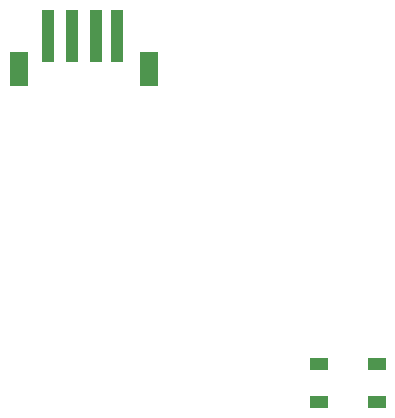
<source format=gtp>
%TF.GenerationSoftware,KiCad,Pcbnew,6.0.2+dfsg-1*%
%TF.CreationDate,2022-09-12T11:49:14+02:00*%
%TF.ProjectId,kidslab-lamp,6b696473-6c61-4622-9d6c-616d702e6b69,rev?*%
%TF.SameCoordinates,Original*%
%TF.FileFunction,Paste,Top*%
%TF.FilePolarity,Positive*%
%FSLAX46Y46*%
G04 Gerber Fmt 4.6, Leading zero omitted, Abs format (unit mm)*
G04 Created by KiCad (PCBNEW 6.0.2+dfsg-1) date 2022-09-12 11:49:14*
%MOMM*%
%LPD*%
G01*
G04 APERTURE LIST*
%ADD10R,1.600000X3.000000*%
%ADD11R,1.000000X4.500000*%
%ADD12R,1.500000X1.000000*%
G04 APERTURE END LIST*
D10*
%TO.C,C2*%
X133086000Y-82518000D03*
X122086000Y-82518000D03*
D11*
X130386000Y-79768000D03*
X128586000Y-79768000D03*
X126586000Y-79768000D03*
X124586000Y-79768000D03*
%TD*%
D12*
%TO.C,D12*%
X152388000Y-110754000D03*
X152388000Y-107554000D03*
X147488000Y-107554000D03*
X147488000Y-110754000D03*
%TD*%
M02*

</source>
